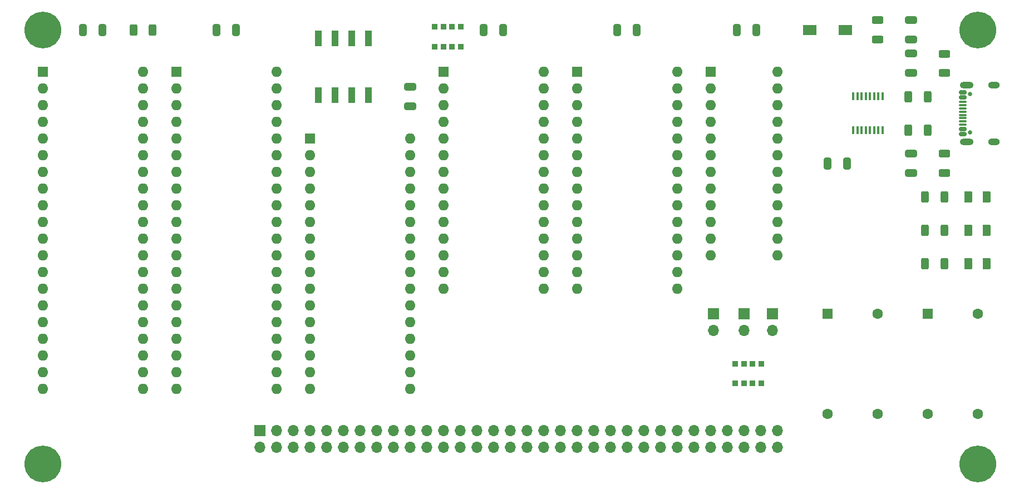
<source format=gbr>
%TF.GenerationSoftware,KiCad,Pcbnew,7.0.10*%
%TF.CreationDate,2024-01-22T16:24:30-06:00*%
%TF.ProjectId,6502 V1.3-rounded,36353032-2056-4312-9e33-2d726f756e64,rev?*%
%TF.SameCoordinates,Original*%
%TF.FileFunction,Soldermask,Top*%
%TF.FilePolarity,Negative*%
%FSLAX46Y46*%
G04 Gerber Fmt 4.6, Leading zero omitted, Abs format (unit mm)*
G04 Created by KiCad (PCBNEW 7.0.10) date 2024-01-22 16:24:30*
%MOMM*%
%LPD*%
G01*
G04 APERTURE LIST*
G04 Aperture macros list*
%AMRoundRect*
0 Rectangle with rounded corners*
0 $1 Rounding radius*
0 $2 $3 $4 $5 $6 $7 $8 $9 X,Y pos of 4 corners*
0 Add a 4 corners polygon primitive as box body*
4,1,4,$2,$3,$4,$5,$6,$7,$8,$9,$2,$3,0*
0 Add four circle primitives for the rounded corners*
1,1,$1+$1,$2,$3*
1,1,$1+$1,$4,$5*
1,1,$1+$1,$6,$7*
1,1,$1+$1,$8,$9*
0 Add four rect primitives between the rounded corners*
20,1,$1+$1,$2,$3,$4,$5,0*
20,1,$1+$1,$4,$5,$6,$7,0*
20,1,$1+$1,$6,$7,$8,$9,0*
20,1,$1+$1,$8,$9,$2,$3,0*%
G04 Aperture macros list end*
%ADD10RoundRect,0.250000X-0.650000X0.325000X-0.650000X-0.325000X0.650000X-0.325000X0.650000X0.325000X0*%
%ADD11RoundRect,0.250000X-0.325000X-0.650000X0.325000X-0.650000X0.325000X0.650000X-0.325000X0.650000X0*%
%ADD12R,1.600000X1.600000*%
%ADD13O,1.600000X1.600000*%
%ADD14R,1.700000X1.700000*%
%ADD15O,1.700000X1.700000*%
%ADD16RoundRect,0.250000X-0.312500X-0.625000X0.312500X-0.625000X0.312500X0.625000X-0.312500X0.625000X0*%
%ADD17C,5.600000*%
%ADD18R,0.900000X0.900000*%
%ADD19RoundRect,0.250000X0.312500X0.625000X-0.312500X0.625000X-0.312500X-0.625000X0.312500X-0.625000X0*%
%ADD20RoundRect,0.250000X0.650000X-0.325000X0.650000X0.325000X-0.650000X0.325000X-0.650000X-0.325000X0*%
%ADD21C,1.600000*%
%ADD22RoundRect,0.250000X-0.375000X-0.625000X0.375000X-0.625000X0.375000X0.625000X-0.375000X0.625000X0*%
%ADD23R,2.000000X1.600000*%
%ADD24C,0.650000*%
%ADD25RoundRect,0.150000X0.425000X-0.150000X0.425000X0.150000X-0.425000X0.150000X-0.425000X-0.150000X0*%
%ADD26RoundRect,0.075000X0.500000X-0.075000X0.500000X0.075000X-0.500000X0.075000X-0.500000X-0.075000X0*%
%ADD27O,2.100000X1.000000*%
%ADD28O,1.800000X1.000000*%
%ADD29R,0.400000X1.200000*%
%ADD30RoundRect,0.250000X-0.625000X0.312500X-0.625000X-0.312500X0.625000X-0.312500X0.625000X0.312500X0*%
%ADD31RoundRect,0.250000X0.625000X-0.312500X0.625000X0.312500X-0.625000X0.312500X-0.625000X-0.312500X0*%
%ADD32R,1.120000X2.440000*%
G04 APERTURE END LIST*
D10*
%TO.C,C9*%
X157480000Y-44245000D03*
X157480000Y-47195000D03*
%TD*%
D11*
%TO.C,C2*%
X51865000Y-25400000D03*
X54815000Y-25400000D03*
%TD*%
D12*
%TO.C,U5*%
X126980000Y-31745000D03*
D13*
X126980000Y-34285000D03*
X126980000Y-36825000D03*
X126980000Y-39365000D03*
X126980000Y-41905000D03*
X126980000Y-44445000D03*
X126980000Y-46985000D03*
X126980000Y-49525000D03*
X126980000Y-52065000D03*
X126980000Y-54605000D03*
X126980000Y-57145000D03*
X126980000Y-59685000D03*
X137140000Y-59685000D03*
X137140000Y-57145000D03*
X137140000Y-54605000D03*
X137140000Y-52065000D03*
X137140000Y-49525000D03*
X137140000Y-46985000D03*
X137140000Y-44445000D03*
X137140000Y-41905000D03*
X137140000Y-39365000D03*
X137140000Y-36825000D03*
X137140000Y-34285000D03*
X137140000Y-31745000D03*
%TD*%
D11*
%TO.C,C1*%
X31545000Y-25400000D03*
X34495000Y-25400000D03*
%TD*%
D12*
%TO.C,U1*%
X25395000Y-31755000D03*
D13*
X25395000Y-34295000D03*
X25395000Y-36835000D03*
X25395000Y-39375000D03*
X25395000Y-41915000D03*
X25395000Y-44455000D03*
X25395000Y-46995000D03*
X25395000Y-49535000D03*
X25395000Y-52075000D03*
X25395000Y-54615000D03*
X25395000Y-57155000D03*
X25395000Y-59695000D03*
X25395000Y-62235000D03*
X25395000Y-64775000D03*
X25395000Y-67315000D03*
X25395000Y-69855000D03*
X25395000Y-72395000D03*
X25395000Y-74935000D03*
X25395000Y-77475000D03*
X25395000Y-80015000D03*
X40635000Y-80015000D03*
X40635000Y-77475000D03*
X40635000Y-74935000D03*
X40635000Y-72395000D03*
X40635000Y-69855000D03*
X40635000Y-67315000D03*
X40635000Y-64775000D03*
X40635000Y-62235000D03*
X40635000Y-59695000D03*
X40635000Y-57155000D03*
X40635000Y-54615000D03*
X40635000Y-52075000D03*
X40635000Y-49535000D03*
X40635000Y-46995000D03*
X40635000Y-44455000D03*
X40635000Y-41915000D03*
X40635000Y-39375000D03*
X40635000Y-36835000D03*
X40635000Y-34295000D03*
X40635000Y-31755000D03*
%TD*%
D14*
%TO.C,J2*%
X58420000Y-86360000D03*
D15*
X58420000Y-88900000D03*
X60960000Y-86360000D03*
X60960000Y-88900000D03*
X63500000Y-86360000D03*
X63500000Y-88900000D03*
X66040000Y-86360000D03*
X66040000Y-88900000D03*
X68580000Y-86360000D03*
X68580000Y-88900000D03*
X71120000Y-86360000D03*
X71120000Y-88900000D03*
X73660000Y-86360000D03*
X73660000Y-88900000D03*
X76200000Y-86360000D03*
X76200000Y-88900000D03*
X78740000Y-86360000D03*
X78740000Y-88900000D03*
X81280000Y-86360000D03*
X81280000Y-88900000D03*
X83820000Y-86360000D03*
X83820000Y-88900000D03*
X86360000Y-86360000D03*
X86360000Y-88900000D03*
X88900000Y-86360000D03*
X88900000Y-88900000D03*
X91440000Y-86360000D03*
X91440000Y-88900000D03*
X93980000Y-86360000D03*
X93980000Y-88900000D03*
X96520000Y-86360000D03*
X96520000Y-88900000D03*
X99060000Y-86360000D03*
X99060000Y-88900000D03*
X101600000Y-86360000D03*
X101600000Y-88900000D03*
X104140000Y-86360000D03*
X104140000Y-88900000D03*
X106680000Y-86360000D03*
X106680000Y-88900000D03*
X109220000Y-86360000D03*
X109220000Y-88900000D03*
X111760000Y-86360000D03*
X111760000Y-88900000D03*
X114300000Y-86360000D03*
X114300000Y-88900000D03*
X116840000Y-86360000D03*
X116840000Y-88900000D03*
X119380000Y-86360000D03*
X119380000Y-88900000D03*
X121920000Y-86360000D03*
X121920000Y-88900000D03*
X124460000Y-86360000D03*
X124460000Y-88900000D03*
X127000000Y-86360000D03*
X127000000Y-88900000D03*
X129540000Y-86360000D03*
X129540000Y-88900000D03*
X132080000Y-86360000D03*
X132080000Y-88900000D03*
X134620000Y-86360000D03*
X134620000Y-88900000D03*
X137160000Y-86360000D03*
X137160000Y-88900000D03*
%TD*%
D14*
%TO.C,JP1*%
X136430000Y-68580000D03*
D15*
X136430000Y-71120000D03*
%TD*%
D16*
%TO.C,R8*%
X159635000Y-50800000D03*
X162560000Y-50800000D03*
%TD*%
D17*
%TO.C,REF\u002A\u002A*%
X167640000Y-25400000D03*
%TD*%
D18*
%TO.C,RN1*%
X85020000Y-27940000D03*
X86360000Y-27940000D03*
X87680000Y-27940000D03*
X89020000Y-27940000D03*
X89020000Y-24940000D03*
X87680000Y-24940000D03*
X86360000Y-24940000D03*
X85020000Y-24940000D03*
%TD*%
D12*
%TO.C,U3*%
X86360000Y-31760000D03*
D13*
X86360000Y-34300000D03*
X86360000Y-36840000D03*
X86360000Y-39380000D03*
X86360000Y-41920000D03*
X86360000Y-44460000D03*
X86360000Y-47000000D03*
X86360000Y-49540000D03*
X86360000Y-52080000D03*
X86360000Y-54620000D03*
X86360000Y-57160000D03*
X86360000Y-59700000D03*
X86360000Y-62240000D03*
X86360000Y-64780000D03*
X101600000Y-64780000D03*
X101600000Y-62240000D03*
X101600000Y-59700000D03*
X101600000Y-57160000D03*
X101600000Y-54620000D03*
X101600000Y-52080000D03*
X101600000Y-49540000D03*
X101600000Y-47000000D03*
X101600000Y-44460000D03*
X101600000Y-41920000D03*
X101600000Y-39380000D03*
X101600000Y-36840000D03*
X101600000Y-34300000D03*
X101600000Y-31760000D03*
%TD*%
D19*
%TO.C,R9*%
X160020000Y-40640000D03*
X157095000Y-40640000D03*
%TD*%
D20*
%TO.C,C8*%
X157480000Y-31955000D03*
X157480000Y-29005000D03*
%TD*%
D12*
%TO.C,X2*%
X160020000Y-68580000D03*
D21*
X160020000Y-83820000D03*
X167640000Y-83820000D03*
X167640000Y-68580000D03*
%TD*%
D17*
%TO.C,REF\u002A\u002A*%
X25400000Y-25400000D03*
%TD*%
D12*
%TO.C,X1*%
X144780000Y-68580000D03*
D21*
X144780000Y-83820000D03*
X152400000Y-83820000D03*
X152400000Y-68580000D03*
%TD*%
D17*
%TO.C,REF\u002A\u002A*%
X167640000Y-91440000D03*
%TD*%
D22*
%TO.C,D3*%
X166240000Y-50800000D03*
X169040000Y-50800000D03*
%TD*%
D16*
%TO.C,R7*%
X159635000Y-55880000D03*
X162560000Y-55880000D03*
%TD*%
D11*
%TO.C,C10*%
X144780000Y-45720000D03*
X147730000Y-45720000D03*
%TD*%
D22*
%TO.C,D2*%
X166240000Y-60960000D03*
X169040000Y-60960000D03*
%TD*%
D23*
%TO.C,SW2*%
X142080000Y-25400000D03*
X147480000Y-25400000D03*
%TD*%
D14*
%TO.C,JP3*%
X127430000Y-68580000D03*
D15*
X127430000Y-71120000D03*
%TD*%
D12*
%TO.C,U4*%
X106675000Y-31760000D03*
D13*
X106675000Y-34300000D03*
X106675000Y-36840000D03*
X106675000Y-39380000D03*
X106675000Y-41920000D03*
X106675000Y-44460000D03*
X106675000Y-47000000D03*
X106675000Y-49540000D03*
X106675000Y-52080000D03*
X106675000Y-54620000D03*
X106675000Y-57160000D03*
X106675000Y-59700000D03*
X106675000Y-62240000D03*
X106675000Y-64780000D03*
X121915000Y-64780000D03*
X121915000Y-62240000D03*
X121915000Y-59700000D03*
X121915000Y-57160000D03*
X121915000Y-54620000D03*
X121915000Y-52080000D03*
X121915000Y-49540000D03*
X121915000Y-47000000D03*
X121915000Y-44460000D03*
X121915000Y-41920000D03*
X121915000Y-39380000D03*
X121915000Y-36840000D03*
X121915000Y-34300000D03*
X121915000Y-31760000D03*
%TD*%
D24*
%TO.C,J1*%
X166442846Y-40973591D03*
X166442846Y-35193591D03*
D25*
X165367846Y-41283591D03*
X165367846Y-40483591D03*
D26*
X165367846Y-39333591D03*
X165367846Y-38333591D03*
X165367846Y-37833591D03*
X165367846Y-36833591D03*
D25*
X165367846Y-35683591D03*
X165367846Y-34883591D03*
X165367846Y-34883591D03*
X165367846Y-35683591D03*
D26*
X165367846Y-36333591D03*
X165367846Y-37333591D03*
X165367846Y-38833591D03*
X165367846Y-39833591D03*
D25*
X165367846Y-40483591D03*
X165367846Y-41283591D03*
D27*
X165942846Y-42403591D03*
D28*
X170122846Y-42403591D03*
D27*
X165942846Y-33763591D03*
D28*
X170122846Y-33763591D03*
%TD*%
D14*
%TO.C,JP2*%
X132080000Y-68580000D03*
D15*
X132080000Y-71120000D03*
%TD*%
D12*
%TO.C,U2*%
X45715000Y-31755000D03*
D13*
X45715000Y-34295000D03*
X45715000Y-36835000D03*
X45715000Y-39375000D03*
X45715000Y-41915000D03*
X45715000Y-44455000D03*
X45715000Y-46995000D03*
X45715000Y-49535000D03*
X45715000Y-52075000D03*
X45715000Y-54615000D03*
X45715000Y-57155000D03*
X45715000Y-59695000D03*
X45715000Y-62235000D03*
X45715000Y-64775000D03*
X45715000Y-67315000D03*
X45715000Y-69855000D03*
X45715000Y-72395000D03*
X45715000Y-74935000D03*
X45715000Y-77475000D03*
X45715000Y-80015000D03*
X60955000Y-80015000D03*
X60955000Y-77475000D03*
X60955000Y-74935000D03*
X60955000Y-72395000D03*
X60955000Y-69855000D03*
X60955000Y-67315000D03*
X60955000Y-64775000D03*
X60955000Y-62235000D03*
X60955000Y-59695000D03*
X60955000Y-57155000D03*
X60955000Y-54615000D03*
X60955000Y-52075000D03*
X60955000Y-49535000D03*
X60955000Y-46995000D03*
X60955000Y-44455000D03*
X60955000Y-41915000D03*
X60955000Y-39375000D03*
X60955000Y-36835000D03*
X60955000Y-34295000D03*
X60955000Y-31755000D03*
%TD*%
D22*
%TO.C,D1*%
X166240000Y-55880000D03*
X169040000Y-55880000D03*
%TD*%
D11*
%TO.C,C6*%
X131023432Y-25400000D03*
X133973432Y-25400000D03*
%TD*%
D18*
%TO.C,RN2*%
X130740000Y-79200000D03*
X132080000Y-79200000D03*
X133400000Y-79200000D03*
X134740000Y-79200000D03*
X134740000Y-76200000D03*
X133400000Y-76200000D03*
X132080000Y-76200000D03*
X130740000Y-76200000D03*
%TD*%
D11*
%TO.C,C4*%
X92505000Y-25400000D03*
X95455000Y-25400000D03*
%TD*%
D29*
%TO.C,U6*%
X148715000Y-40700000D03*
X149350000Y-40700000D03*
X149985000Y-40700000D03*
X150620000Y-40700000D03*
X151255000Y-40700000D03*
X151890000Y-40700000D03*
X152525000Y-40700000D03*
X153160000Y-40700000D03*
X153160000Y-35500000D03*
X152525000Y-35500000D03*
X151890000Y-35500000D03*
X151255000Y-35500000D03*
X150620000Y-35500000D03*
X149985000Y-35500000D03*
X149350000Y-35500000D03*
X148715000Y-35500000D03*
%TD*%
D17*
%TO.C,REF\u002A\u002A*%
X25400000Y-91440000D03*
%TD*%
D12*
%TO.C,U7*%
X66035000Y-41910000D03*
D13*
X66035000Y-44450000D03*
X66035000Y-46990000D03*
X66035000Y-49530000D03*
X66035000Y-52070000D03*
X66035000Y-54610000D03*
X66035000Y-57150000D03*
X66035000Y-59690000D03*
X66035000Y-62230000D03*
X66035000Y-64770000D03*
X66035000Y-67310000D03*
X66035000Y-69850000D03*
X66035000Y-72390000D03*
X66035000Y-74930000D03*
X66035000Y-77470000D03*
X66035000Y-80010000D03*
X81275000Y-80010000D03*
X81275000Y-77470000D03*
X81275000Y-74930000D03*
X81275000Y-72390000D03*
X81275000Y-69850000D03*
X81275000Y-67310000D03*
X81275000Y-64770000D03*
X81275000Y-62230000D03*
X81275000Y-59690000D03*
X81275000Y-57150000D03*
X81275000Y-54610000D03*
X81275000Y-52070000D03*
X81275000Y-49530000D03*
X81275000Y-46990000D03*
X81275000Y-44450000D03*
X81275000Y-41910000D03*
%TD*%
D19*
%TO.C,R3*%
X160020000Y-35560000D03*
X157095000Y-35560000D03*
%TD*%
D20*
%TO.C,C7*%
X157480000Y-26875000D03*
X157480000Y-23925000D03*
%TD*%
D30*
%TO.C,R2*%
X152400000Y-23937500D03*
X152400000Y-26862500D03*
%TD*%
D16*
%TO.C,R5*%
X159635000Y-60960000D03*
X162560000Y-60960000D03*
%TD*%
D31*
%TO.C,R4*%
X162560000Y-31952988D03*
X162560000Y-29027988D03*
%TD*%
D11*
%TO.C,C5*%
X112825000Y-25400000D03*
X115775000Y-25400000D03*
%TD*%
D30*
%TO.C,R6*%
X162560000Y-44257500D03*
X162560000Y-47182500D03*
%TD*%
D32*
%TO.C,SW1*%
X74930000Y-26696000D03*
X72390000Y-26696000D03*
X69850000Y-26696000D03*
X67310000Y-26696000D03*
X67310000Y-35306000D03*
X69850000Y-35306000D03*
X72390000Y-35306000D03*
X74930000Y-35306000D03*
%TD*%
D19*
%TO.C,R1*%
X42102500Y-25400000D03*
X39177500Y-25400000D03*
%TD*%
D20*
%TO.C,C3*%
X81280000Y-37035000D03*
X81280000Y-34085000D03*
%TD*%
M02*

</source>
